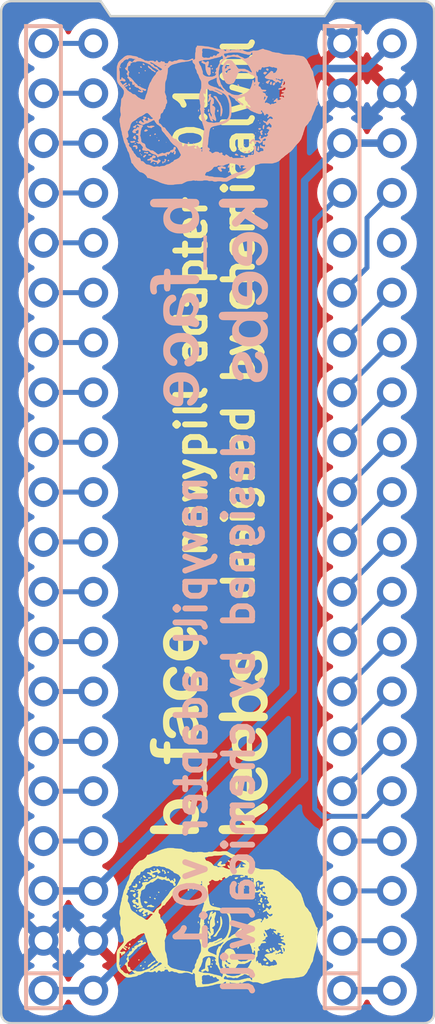
<source format=kicad_pcb>
(kicad_pcb (version 20221018) (generator pcbnew)
  (layers (0 "F.Cu" signal) (31 "B.Cu" signal) (34 "B.Paste" user) (35 "F.Paste" user) (36 "B.SilkS" user "B.Silkscreen") (37 "F.SilkS" user "F.Silkscreen") (38 "B.Mask" user) (39 "F.Mask" user) (44 "Edge.Cuts" user))
  (net 0 "")
  (net 1 "PB12")
  (net 2 "PB13")
  (net 3 "PB14")
  (net 4 "PB15")
  (net 5 "PA8")
  (net 6 "PA9")
  (net 7 "PA11")
  (net 8 "PA10")
  (net 9 "PA15")
  (net 10 "PA12")
  (net 11 "PB3")
  (net 12 "3V3")
  (net 13 "GND")
  (net 14 "5V")
  (net 15 "PB9")
  (net 16 "PB8")
  (net 17 "PB4")
  (net 18 "PB5")
  (net 19 "PB6")
  (net 20 "PB7")
  (net 21 "PA1")
  (net 22 "PA5")
  (net 23 "PA6")
  (net 24 "PA7")
  (net 25 "PA2")
  (net 26 "PB0")
  (net 27 "VBAT")
  (net 28 "PB1")
  (net 29 "PC13")
  (net 30 "PC15")
  (net 31 "PA4")
  (net 32 "PA0")
  (net 33 "PA3")
  (net 34 "PC14")
  (net 35 "PB10")
  (net 36 "NRST")
  (net 37 "PB11")
  (net 38 "PB2")
  (footprint "blue-pill-kicad:bluepill" (layer "F.Cu") (at 40.386 42.418)
    (fp_text reference "U1")
    (fp_text value "blue pill")
    (pad "3V3" thru_hole circle (at -8.255 24.249) (size 1.524 1.524) (drill 0.9) (layers "*.Cu" "*.Mask") (net 12 "3V3"))
    (pad "3V3" thru_hole circle (at 6.985 -18.931) (size 1.524 1.524) (drill 0.9) (layers "*.Cu" "*.Mask") (net 12 "3V3"))
    (pad "5V" thru_hole circle (at -8.255 19.169) (size 1.524 1.524) (drill 0.9) (layers "*.Cu" "*.Mask") (net 14 "5V"))
    (pad "G" thru_hole circle (at -8.255 21.709) (size 1.524 1.524) (drill 0.9) (layers "*.Cu" "*.Mask") (net 13 "GND"))
    (pad "G" thru_hole circle (at 6.985 -24.011) (size 1.524 1.524) (drill 0.9) (layers "*.Cu" "*.Mask") (net 13 "GND"))
    (pad "G" thru_hole circle (at 6.985 -21.471) (size 1.524 1.524) (drill 0.9) (layers "*.Cu" "*.Mask") (net 13 "GND"))
    (pad "NRST" thru_hole circle (at 6.985 -16.391) (size 1.524 1.524) (drill 0.9) (layers "*.Cu" "*.Mask") (net 36 "NRST"))
    (pad "PA0" thru_hole circle (at 6.985 14.089) (size 1.524 1.524) (drill 0.9) (layers "*.Cu" "*.Mask") (net 32 "PA0"))
    (pad "PA1" thru_hole circle (at 6.985 11.549) (size 1.524 1.524) (drill 0.9) (layers "*.Cu" "*.Mask") (net 21 "PA1"))
    (pad "PA2" thru_hole circle (at 6.985 9.009) (size 1.524 1.524) (drill 0.9) (layers "*.Cu" "*.Mask") (net 25 "PA2"))
    (pad "PA3" thru_hole circle (at 6.985 6.469) (size 1.524 1.524) (drill 0.9) (layers "*.Cu" "*.Mask") (net 33 "PA3"))
    (pad "PA4" thru_hole circle (at 6.985 3.929) (size 1.524 1.524) (drill 0.9) (layers "*.Cu" "*.Mask") (net 31 "PA4"))
    (pad "PA5" thru_hole circle (at 6.985 1.389) (size 1.524 1.524) (drill 0.9) (layers "*.Cu" "*.Mask") (net 22 "PA5"))
    (pad "PA6" thru_hole circle (at 6.985 -1.151) (size 1.524 1.524) (drill 0.9) (layers "*.Cu" "*.Mask") (net 23 "PA6"))
    (pad "PA7" thru_hole circle (at 6.985 -3.691) (size 1.524 1.524) (drill 0.9) (layers "*.Cu" "*.Mask") (net 24 "PA7"))
    (pad "PA8" thru_hole circle (at -8.255 -13.851) (size 1.524 1.524) (drill 0.9) (layers "*.Cu" "*.Mask") (net 5 "PA8"))
    (pad "PA9" thru_hole circle (at -8.255 -11.311) (size 1.524 1.524) (drill 0.9) (layers "*.Cu" "*.Mask") (net 6 "PA9"))
    (pad "PA10" thru_hole circle (at -8.255 -8.771) (size 1.524 1.524) (drill 0.9) (layers "*.Cu" "*.Mask") (net 8 "PA10"))
    (pad "PA11" thru_hole circle (at -8.255 -6.231) (size 1.524 1.524) (drill 0.9) (layers "*.Cu" "*.Mask") (net 7 "PA11"))
    (pad "PA12" thru_hole circle (at -8.255 -3.691) (size 1.524 1.524) (drill 0.9) (layers "*.Cu" "*.Mask") (net 10 "PA12"))
    (pad "PA15" thru_hole circle (at -8.255 -1.151) (size 1.524 1.524) (drill 0.9) (layers "*.Cu" "*.Mask") (net 9 "PA15"))
    (pad "PB0" thru_hole circle (at 6.985 -6.231) (size 1.524 1.524) (drill 0.9) (layers "*.Cu" "*.Mask") (net 26 "PB0"))
    (pad "PB1" thru_hole circle (at 6.985 -8.771) (size 1.524 1.524) (drill 0.9) (layers "*.Cu" "*.Mask") (net 28 "PB1"))
    (pad "PB3" thru_hole circle (at -8.255 1.389) (size 1.524 1.524) (drill 0.9) (layers "*.Cu" "*.Mask") (net 11 "PB3"))
    (pad "PB4" thru_hole circle (at -8.255 3.929) (size 1.524 1.524) (drill 0.9) (layers "*.Cu" "*.Mask") (net 17 "PB4"))
    (pad "PB5" thru_hole circle (at -8.255 6.469) (size 1.524 1.524) (drill 0.9) (layers "*.Cu" "*.Mask") (net 18 "PB5"))
    (pad "PB6" thru_hole circle (at -8.255 9.009) (size 1.524 1.524) (drill 0.9) (layers "*.Cu" "*.Mask") (net 19 "PB6"))
    (pad "PB7" thru_hole circle (at -8.255 11.549) (size 1.524 1.524) (drill 0.9) (layers "*.Cu" "*.Mask") (net 20 "PB7"))
    (pad "PB8" thru_hole circle (at -8.255 14.089) (size 1.524 1.524) (drill 0.9) (layers "*.Cu" "*.Mask") (net 16 "PB8"))
    (pad "PB9" thru_hole circle (at -8.255 16.629) (size 1.524 1.524) (drill 0.9) (layers "*.Cu" "*.Mask") (net 15 "PB9"))
    (pad "PB10" thru_hole circle (at 6.985 -11.311) (size 1.524 1.524) (drill 0.9) (layers "*.Cu" "*.Mask") (net 35 "PB10"))
    (pad "PB11" thru_hole circle (at 6.985 -13.851) (size 1.524 1.524) (drill 0.9) (layers "*.Cu" "*.Mask") (net 37 "PB11"))
    (pad "PB12" thru_hole circle (at -8.255 -24.011) (size 1.524 1.524) (drill 0.9) (layers "*.Cu" "*.Mask") (net 1 "PB12"))
    (pad "PB13" thru_hole circle (at -8.255 -21.471) (size 1.524 1.524) (drill 0.9) (layers "*.Cu" "*.Mask") (net 2 "PB13"))
    (pad "PB14" thru_hole circle (at -8.255 -18.931) (size 1.524 1.524) (drill 0.9) (layers "*.Cu" "*.Mask") (net 3 "PB14"))
    (pad "PB15" thru_hole circle (at -8.255 -16.391) (size 1.524 1.524) (drill 0.9) (layers "*.Cu" "*.Mask") (net 4 "PB15"))
    (pad "PC13" thru_hole circle (at 6.985 21.709) (size 1.524 1.524) (drill 0.9) (layers "*.Cu" "*.Mask") (net 29 "PC13"))
    (pad "PC14" thru_hole circle (at 6.985 19.169) (size 1.524 1.524) (drill 0.9) (layers "*.Cu" "*.Mask") (net 34 "PC14"))
    (pad "PC15" thru_hole circle (at 6.985 16.629) (size 1.524 1.524) (drill 0.9) (layers "*.Cu" "*.Mask") (net 30 "PC15"))
    (pad "VBAT" thru_hole circle (at 6.985 24.249) (size 1.524 1.524) (drill 0.9) (layers "*.Cu" "*.Mask") (net 27 "VBAT"))
  )
  (footprint "blue-pill-kicad:BLACK_pill" (layer "F.Cu") (at 42.926 42.418)
    (fp_text reference "U2")
    (fp_text value "BLACK pill")
    (pad "3V3" thru_hole circle (at -8.255 24.249) (size 1.524 1.524) (drill 0.9) (layers "*.Cu" "*.Mask") (net 12 "3V3"))
    (pad "3V3" thru_hole circle (at 6.985 -18.931) (size 1.524 1.524) (drill 0.9) (layers "*.Cu" "*.Mask") (net 12 "3V3"))
    (pad "5V" thru_hole circle (at -8.255 19.169) (size 1.524 1.524) (drill 0.9) (layers "*.Cu" "*.Mask") (net 14 "5V"))
    (pad "5V" thru_hole circle (at 6.985 -24.011) (size 1.524 1.524) (drill 0.9) (layers "*.Cu" "*.Mask") (net 14 "5V"))
    (pad "G" thru_hole circle (at -8.255 21.709) (size 1.524 1.524) (drill 0.9) (layers "*.Cu" "*.Mask") (net 13 "GND"))
    (pad "G" thru_hole circle (at 6.985 -21.471) (size 1.524 1.524) (drill 0.9) (layers "*.Cu" "*.Mask") (net 13 "GND"))
    (pad "NRST" thru_hole circle (at 6.985 14.089) (size 1.524 1.524) (drill 0.9) (layers "*.Cu" "*.Mask") (net 36 "NRST"))
    (pad "PA0" thru_hole circle (at 6.985 11.549) (size 1.524 1.524) (drill 0.9) (layers "*.Cu" "*.Mask") (net 32 "PA0"))
    (pad "PA1" thru_hole circle (at 6.985 9.009) (size 1.524 1.524) (drill 0.9) (layers "*.Cu" "*.Mask") (net 21 "PA1"))
    (pad "PA2" thru_hole circle (at 6.985 6.469) (size 1.524 1.524) (drill 0.9) (layers "*.Cu" "*.Mask") (net 25 "PA2"))
    (pad "PA3" thru_hole circle (at 6.985 3.929) (size 1.524 1.524) (drill 0.9) (layers "*.Cu" "*.Mask") (net 33 "PA3"))
    (pad "PA4" thru_hole circle (at 6.985 1.389) (size 1.524 1.524) (drill 0.9) (layers "*.Cu" "*.Mask") (net 31 "PA4"))
    (pad "PA5" thru_hole circle (at 6.985 -1.151) (size 1.524 1.524) (drill 0.9) (layers "*.Cu" "*.Mask") (net 22 "PA5"))
    (pad "PA6" thru_hole circle (at 6.985 -3.691) (size 1.524 1.524) (drill 0.9) (layers "*.Cu" "*.Mask") (net 23 "PA6"))
    (pad "PA7" thru_hole circle (at 6.985 -6.231) (size 1.524 1.524) (drill 0.9) (layers "*.Cu" "*.Mask") (net 24 "PA7"))
    (pad "PA8" thru_hole circle (at -8.255 -13.851) (size 1.524 1.524) (drill 0.9) (layers "*.Cu" "*.Mask") (net 5 "PA8"))
    (pad "PA9" thru_hole circle (at -8.255 -11.311) (size 1.524 1.524) (drill 0.9) (layers "*.Cu" "*.Mask") (net 6 "PA9"))
    (pad "PA10" thru_hole circle (at -8.255 -8.771) (size 1.524 1.524) (drill 0.9) (layers "*.Cu" "*.Mask") (net 8 "PA10"))
    (pad "PA11" thru_hole circle (at -8.255 -6.231) (size 1.524 1.524) (drill 0.9) (layers "*.Cu" "*.Mask") (net 7 "PA11"))
    (pad "PA12" thru_hole circle (at -8.255 -3.691) (size 1.524 1.524) (drill 0.9) (layers "*.Cu" "*.Mask") (net 10 "PA12"))
    (pad "PA15" thru_hole circle (at -8.255 -1.151) (size 1.524 1.524) (drill 0.9) (layers "*.Cu" "*.Mask") (net 9 "PA15"))
    (pad "PB0" thru_hole circle (at 6.985 -8.771) (size 1.524 1.524) (drill 0.9) (layers "*.Cu" "*.Mask") (net 26 "PB0"))
    (pad "PB1" thru_hole circle (at 6.985 -11.311) (size 1.524 1.524) (drill 0.9) (layers "*.Cu" "*.Mask") (net 28 "PB1"))
    (pad "PB2" thru_hole circle (at 6.985 -13.851) (size 1.524 1.524) (drill 0.9) (layers "*.Cu" "*.Mask") (net 38 "PB2"))
    (pad "PB3" thru_hole circle (at -8.255 1.389) (size 1.524 1.524) (drill 0.9) (layers "*.Cu" "*.Mask") (net 11 "PB3"))
    (pad "PB4" thru_hole circle (at -8.255 3.929) (size 1.524 1.524) (drill 0.9) (layers "*.Cu" "*.Mask") (net 17 "PB4"))
    (pad "PB5" thru_hole circle (at -8.255 6.469) (size 1.524 1.524) (drill 0.9) (layers "*.Cu" "*.Mask") (net 18 "PB5"))
    (pad "PB6" thru_hole circle (at -8.255 9.009) (size 1.524 1.524) (drill 0.9) (layers "*.Cu" "*.Mask") (net 19 "PB6"))
    (pad "PB7" thru_hole circle (at -8.255 11.549) (size 1.524 1.524) (drill 0.9) (layers "*.Cu" "*.Mask") (net 20 "PB7"))
    (pad "PB8" thru_hole circle (at -8.255 14.089) (size 1.524 1.524) (drill 0.9) (layers "*.Cu" "*.Mask") (net 16 "PB8"))
    (pad "PB9" thru_hole circle (at -8.255 16.629) (size 1.524 1.524) (drill 0.9) (layers "*.Cu" "*.Mask") (net 15 "PB9"))
    (pad "PB10" thru_hole circle (at 6.985 -16.391) (size 1.524 1.524) (drill 0.9) (layers "*.Cu" "*.Mask") (net 35 "PB10"))
    (pad "PB12" thru_hole circle (at -8.255 -24.011) (size 1.524 1.524) (drill 0.9) (layers "*.Cu" "*.Mask") (net 1 "PB12"))
    (pad "PB13" thru_hole circle (at -8.255 -21.471) (size 1.524 1.524) (drill 0.9) (layers "*.Cu" "*.Mask") (net 2 "PB13"))
    (pad "PB14" thru_hole circle (at -8.255 -18.931) (size 1.524 1.524) (drill 0.9) (layers "*.Cu" "*.Mask") (net 3 "PB14"))
    (pad "PB15" thru_hole circle (at -8.255 -16.391) (size 1.524 1.524) (drill 0.9) (layers "*.Cu" "*.Mask") (net 4 "PB15"))
    (pad "PC13" thru_hole circle (at 6.985 21.709) (size 1.524 1.524) (drill 0.9) (layers "*.Cu" "*.Mask") (net 29 "PC13"))
    (pad "PC14" thru_hole circle (at 6.985 19.169) (size 1.524 1.524) (drill 0.9) (layers "*.Cu" "*.Mask") (net 34 "PC14"))
    (pad "PC15" thru_hole circle (at 6.985 16.629) (size 1.524 1.524) (drill 0.9) (layers "*.Cu" "*.Mask") (net 30 "PC15"))
    (pad "VBAT" thru_hole circle (at 6.985 24.249) (size 1.524 1.524) (drill 0.9) (layers "*.Cu" "*.Mask") (net 27 "VBAT"))
  )
  (footprint "navypill_silks:small_logo" (layer "F.Cu") (at 41.391833 57.6552 90)
    (fp_text reference "G***" hide)
    (fp_text value "LOGO" hide)
  )
  (footprint "navypill_silks:small_logo" (layer "B.Cu") (at 41.402 27.357 -90)
    (fp_text reference "G***" hide)
    (fp_text value "LOGO" hide)
  )
  (gr_rect (start 31.242 17.526) (end 33.02 67.564) (stroke (width 0.2)) (fill none) (layer "B.SilkS"))
  (gr_rect (start 46.482 17.526) (end 48.26 67.564) (stroke (width 0.2)) (fill none) (layer "B.SilkS"))
  (gr_line (start 33.02 65.786) (end 31.242 65.786) (stroke (width 0.2)) (layer "B.SilkS"))
  (gr_line (start 48.26 65.786) (end 46.482 65.786) (stroke (width 0.2)) (layer "B.SilkS"))
  (gr_line (start 48.26 65.786) (end 46.482 65.786) (stroke (width 0.2)) (layer "F.SilkS"))
  (gr_rect (start 31.242 17.526) (end 33.02 67.564) (stroke (width 0.2)) (fill none) (layer "F.SilkS"))
  (gr_line (start 33.02 65.786) (end 31.242 65.786) (stroke (width 0.2)) (layer "F.SilkS"))
  (gr_rect (start 46.482 17.526) (end 48.26 67.564) (stroke (width 0.2)) (fill none) (layer "F.SilkS"))
  (gr_line (start 29.972001 67.817999) (end 29.972 16.764) (stroke (width 0.12)) (layer "Edge.Cuts"))
  (gr_line (start 35.052 16.256) (end 30.48 16.256) (stroke (width 0.12)) (layer "Edge.Cuts"))
  (gr_line (start 30.480001 68.325999) (end 51.561999 68.325999) (stroke (width 0.12)) (layer "Edge.Cuts"))
  (gr_line (start 46.99 16.256) (end 51.562 16.256) (stroke (width 0.12)) (layer "Edge.Cuts"))
  (gr_arc (start 29.972001 16.764001) (mid 30.12079 16.40479) (end 30.480001 16.256001) (stroke (width 0.12)) (layer "Edge.Cuts"))
  (gr_line (start 46.482 17.018) (end 46.99 16.256) (stroke (width 0.12)) (layer "Edge.Cuts"))
  (gr_line (start 35.052 16.256) (end 35.56 17.018) (stroke (width 0.12)) (layer "Edge.Cuts"))
  (gr_arc (start 51.562 16.256) (mid 51.921211 16.404789) (end 52.07 16.764) (stroke (width 0.12)) (layer "Edge.Cuts"))
  (gr_arc (start 52.069999 67.817999) (mid 51.92121 68.17721) (end 51.561999 68.325999) (stroke (width 0.12)) (layer "Edge.Cuts"))
  (gr_line (start 35.56 17.018) (end 46.482 17.018) (stroke (width 0.12)) (layer "Edge.Cuts"))
  (gr_line (start 52.07 16.764) (end 52.069999 67.817999) (stroke (width 0.12)) (layer "Edge.Cuts"))
  (gr_arc (start 30.480001 68.325999) (mid 30.12079 68.17721) (end 29.972001 67.817999) (stroke (width 0.12)) (layer "Edge.Cuts"))
  (gr_text "navypill adapter v0.1\ndesigned by chemicalwill" (at 40.894 52.551 90) (layer "B.SilkS") (effects (font (size 1.5 1.5) (thickness 0.3)) (justify mirror)))
  (gr_text "navypill adapter v0.1\ndesigned by chemicalwill" (at 40.883833 32.4612 90) (layer "F.SilkS") (effects (font (size 1.5 1.5) (thickness 0.3))))
  (segment (start 32.131 18.407) (end 34.671 18.407) (width 0.254) (layer "B.Cu") (net 1))
  (segment (start 32.131 20.947) (end 34.671 20.947) (width 0.254) (layer "B.Cu") (net 2))
  (segment (start 32.131 23.487) (end 34.671 23.487) (width 0.254) (layer "B.Cu") (net 3))
  (segment (start 32.131 26.027) (end 34.671 26.027) (width 0.254) (layer "B.Cu") (net 4))
  (segment (start 32.131 28.567) (end 34.671 28.567) (width 0.254) (layer "B.Cu") (net 5))
  (segment (start 32.131 31.107) (end 34.671 31.107) (width 0.254) (layer "B.Cu") (net 6))
  (segment (start 32.131 36.187) (end 34.671 36.187) (width 0.254) (layer "B.Cu") (net 7))
  (segment (start 32.131 33.647) (end 34.671 33.647) (width 0.254) (layer "B.Cu") (net 8))
  (segment (start 32.131 41.267) (end 34.671 41.267) (width 0.254) (layer "B.Cu") (net 9))
  (segment (start 32.131 38.727) (end 34.671 38.727) (width 0.254) (layer "B.Cu") (net 10))
  (segment (start 32.131 43.807) (end 34.671 43.807) (width 0.254) (layer "B.Cu") (net 11))
  (segment (start 45.4565 25.4015) (end 45.4565 55.8815) (width 0.381) (layer "B.Cu") (net 12))
  (segment (start 32.131 66.667) (end 34.671 66.667) (width 0.381) (layer "B.Cu") (net 12))
  (segment (start 45.4565 55.8815) (end 34.671 66.667) (width 0.381) (layer "B.Cu") (net 12))
  (segment (start 49.911 23.487) (end 47.371 23.487) (width 0.381) (layer "B.Cu") (net 12))
  (segment (start 47.371 23.487) (end 45.4565 25.4015) (width 0.381) (layer "B.Cu") (net 12))
  (segment (start 49.911 18.407) (end 48.633 19.685) (width 0.381) (layer "B.Cu") (net 14))
  (segment (start 44.8755 51.3825) (end 34.671 61.587) (width 0.381) (layer "B.Cu") (net 14))
  (segment (start 44.8755 20.9105) (end 44.8755 51.3825) (width 0.381) (layer "B.Cu") (net 14))
  (segment (start 46.101 19.685) (end 44.8755 20.9105) (width 0.381) (layer "B.Cu") (net 14))
  (segment (start 48.633 19.685) (end 46.101 19.685) (width 0.381) (layer "B.Cu") (net 14))
  (segment (start 32.131 61.587) (end 34.671 61.587) (width 0.381) (layer "B.Cu") (net 14))
  (segment (start 32.131 59.047) (end 34.671 59.047) (width 0.254) (layer "B.Cu") (net 15))
  (segment (start 32.131 56.507) (end 34.671 56.507) (width 0.254) (layer "B.Cu") (net 16))
  (segment (start 32.131 46.347) (end 34.671 46.347) (width 0.254) (layer "B.Cu") (net 17))
  (segment (start 32.131 48.887) (end 34.671 48.887) (width 0.254) (layer "B.Cu") (net 18))
  (segment (start 32.131 51.427) (end 34.671 51.427) (width 0.254) (layer "B.Cu") (net 19))
  (segment (start 32.131 53.967) (end 34.671 53.967) (width 0.254) (layer "B.Cu") (net 20))
  (segment (start 49.911 51.427) (end 47.371 53.967) (width 0.254) (layer "B.Cu") (net 21))
  (segment (start 49.911 41.267) (end 47.371 43.807) (width 0.254) (layer "B.Cu") (net 22))
  (segment (start 49.911 38.727) (end 47.371 41.267) (width 0.254) (layer "B.Cu") (net 23))
  (segment (start 49.911 36.187) (end 47.371 38.727) (width 0.254) (layer "B.Cu") (net 24))
  (segment (start 49.911 48.887) (end 47.371 51.427) (width 0.254) (layer "B.Cu") (net 25))
  (segment (start 49.911 33.647) (end 47.371 36.187) (width 0.254) (layer "B.Cu") (net 26))
  (segment (start 47.371 66.667) (end 49.911 66.667) (width 0.381) (layer "B.Cu") (net 27))
  (segment (start 49.911 31.107) (end 47.371 33.647) (width 0.254) (layer "B.Cu") (net 28))
  (segment (start 47.371 64.127) (end 49.911 64.127) (width 0.254) (layer "B.Cu") (net 29))
  (segment (start 47.371 59.047) (end 49.911 59.047) (width 0.254) (layer "B.Cu") (net 30))
  (segment (start 49.911 43.807) (end 47.371 46.347) (width 0.254) (layer "B.Cu") (net 31))
  (segment (start 49.911 53.967) (end 47.371 56.507) (width 0.254) (layer "B.Cu") (net 32))
  (segment (start 49.911 46.347) (end 47.371 48.887) (width 0.254) (layer "B.Cu") (net 33))
  (segment (start 47.371 61.587) (end 49.911 61.587) (width 0.254) (layer "B.Cu") (net 34))
  (segment (start 47.371 31.107) (end 48.641 29.837) (width 0.254) (layer "B.Cu") (net 35))
  (segment (start 48.641 29.837) (end 48.641 27.297) (width 0.254) (layer "B.Cu") (net 35))
  (segment (start 48.641 27.297) (end 49.911 26.027) (width 0.254) (layer "B.Cu") (net 35))
  (segment (start 48.633 57.785) (end 46.355 57.785) (width 0.254) (layer "B.Cu") (net 36))
  (segment (start 49.911 56.507) (end 48.633 57.785) (width 0.254) (layer "B.Cu") (net 36))
  (segment (start 45.974 27.424) (end 47.371 26.027) (width 0.254) (layer "B.Cu") (net 36))
  (segment (start 46.355 57.785) (end 45.974 57.404) (width 0.254) (layer "B.Cu") (net 36))
  (segment (start 45.974 57.404) (end 45.974 27.424) (width 0.254) (layer "B.Cu") (net 36))
  (zone (net 13) (net_name "GND") (layer "F.Cu") (connect_pads (clearance 0.508)) (min_thickness 0.254) (fill yes (thermal_gap 0.508) (thermal_bridge_width 0.508))
    (polygon (pts (xy 29.972 16.256) (xy 52.07 16.256) (xy 52.07 68.326) (xy 29.972 68.326)))
  )
  (zone (net 13) (net_name "GND") (layer "B.Cu") (connect_pads (clearance 0.508)) (min_thickness 0.254) (fill yes (thermal_gap 0.508) (thermal_bridge_width 0.508))
    (polygon (pts (xy 29.972 16.256) (xy 52.07 16.256) (xy 52.07 68.326) (xy 29.972 68.326)))
  )
)
</source>
